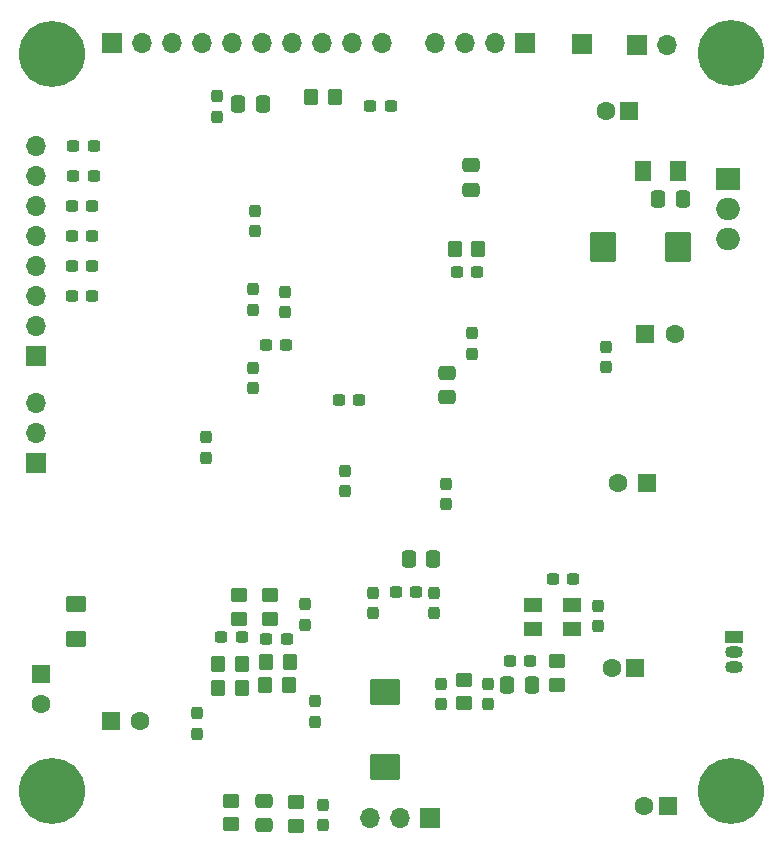
<source format=gbs>
G04 #@! TF.GenerationSoftware,KiCad,Pcbnew,7.0.2*
G04 #@! TF.CreationDate,2023-11-02T18:56:16+01:00*
G04 #@! TF.ProjectId,stm_audio_board_V2,73746d5f-6175-4646-996f-5f626f617264,rev?*
G04 #@! TF.SameCoordinates,Original*
G04 #@! TF.FileFunction,Soldermask,Bot*
G04 #@! TF.FilePolarity,Negative*
%FSLAX46Y46*%
G04 Gerber Fmt 4.6, Leading zero omitted, Abs format (unit mm)*
G04 Created by KiCad (PCBNEW 7.0.2) date 2023-11-02 18:56:16*
%MOMM*%
%LPD*%
G01*
G04 APERTURE LIST*
G04 Aperture macros list*
%AMRoundRect*
0 Rectangle with rounded corners*
0 $1 Rounding radius*
0 $2 $3 $4 $5 $6 $7 $8 $9 X,Y pos of 4 corners*
0 Add a 4 corners polygon primitive as box body*
4,1,4,$2,$3,$4,$5,$6,$7,$8,$9,$2,$3,0*
0 Add four circle primitives for the rounded corners*
1,1,$1+$1,$2,$3*
1,1,$1+$1,$4,$5*
1,1,$1+$1,$6,$7*
1,1,$1+$1,$8,$9*
0 Add four rect primitives between the rounded corners*
20,1,$1+$1,$2,$3,$4,$5,0*
20,1,$1+$1,$4,$5,$6,$7,0*
20,1,$1+$1,$6,$7,$8,$9,0*
20,1,$1+$1,$8,$9,$2,$3,0*%
G04 Aperture macros list end*
%ADD10C,5.600000*%
%ADD11R,2.000000X1.905000*%
%ADD12O,2.000000X1.905000*%
%ADD13R,1.500000X1.050000*%
%ADD14O,1.500000X1.050000*%
%ADD15R,1.700000X1.700000*%
%ADD16O,1.700000X1.700000*%
%ADD17RoundRect,0.237500X-0.237500X0.300000X-0.237500X-0.300000X0.237500X-0.300000X0.237500X0.300000X0*%
%ADD18RoundRect,0.237500X-0.300000X-0.237500X0.300000X-0.237500X0.300000X0.237500X-0.300000X0.237500X0*%
%ADD19RoundRect,0.250000X0.337500X0.475000X-0.337500X0.475000X-0.337500X-0.475000X0.337500X-0.475000X0*%
%ADD20R,1.600000X1.600000*%
%ADD21C,1.600000*%
%ADD22RoundRect,0.250000X0.350000X0.450000X-0.350000X0.450000X-0.350000X-0.450000X0.350000X-0.450000X0*%
%ADD23R,1.600000X1.300000*%
%ADD24RoundRect,0.237500X0.300000X0.237500X-0.300000X0.237500X-0.300000X-0.237500X0.300000X-0.237500X0*%
%ADD25RoundRect,0.250001X-0.462499X-0.624999X0.462499X-0.624999X0.462499X0.624999X-0.462499X0.624999X0*%
%ADD26RoundRect,0.250000X-0.450000X0.350000X-0.450000X-0.350000X0.450000X-0.350000X0.450000X0.350000X0*%
%ADD27RoundRect,0.237500X0.237500X-0.300000X0.237500X0.300000X-0.237500X0.300000X-0.237500X-0.300000X0*%
%ADD28RoundRect,0.250000X-1.025000X0.875000X-1.025000X-0.875000X1.025000X-0.875000X1.025000X0.875000X0*%
%ADD29RoundRect,0.250000X-0.350000X-0.450000X0.350000X-0.450000X0.350000X0.450000X-0.350000X0.450000X0*%
%ADD30RoundRect,0.250001X-0.624999X0.462499X-0.624999X-0.462499X0.624999X-0.462499X0.624999X0.462499X0*%
%ADD31RoundRect,0.250000X-0.475000X0.337500X-0.475000X-0.337500X0.475000X-0.337500X0.475000X0.337500X0*%
%ADD32RoundRect,0.250000X-0.337500X-0.475000X0.337500X-0.475000X0.337500X0.475000X-0.337500X0.475000X0*%
%ADD33RoundRect,0.250000X0.450000X-0.350000X0.450000X0.350000X-0.450000X0.350000X-0.450000X-0.350000X0*%
%ADD34RoundRect,0.250000X0.475000X-0.337500X0.475000X0.337500X-0.475000X0.337500X-0.475000X-0.337500X0*%
%ADD35RoundRect,0.250000X0.875000X1.025000X-0.875000X1.025000X-0.875000X-1.025000X0.875000X-1.025000X0*%
G04 APERTURE END LIST*
D10*
X245099000Y-112333000D03*
D11*
X244877000Y-60471000D03*
D12*
X244877000Y-63011000D03*
X244877000Y-65551000D03*
D13*
X245325000Y-99275000D03*
D14*
X245325000Y-100545000D03*
X245325000Y-101815000D03*
D15*
X232457000Y-49069000D03*
X192739000Y-48975000D03*
D16*
X195279000Y-48975000D03*
X197819000Y-48975000D03*
X200359000Y-48975000D03*
X202899000Y-48975000D03*
X205439000Y-48975000D03*
X207979000Y-48975000D03*
X210519000Y-48975000D03*
X213059000Y-48975000D03*
X215599000Y-48975000D03*
D10*
X187599000Y-49887000D03*
X245099000Y-49833000D03*
X187599000Y-112333000D03*
D15*
X186229000Y-84563000D03*
D16*
X186229000Y-82023000D03*
X186229000Y-79483000D03*
D15*
X186229000Y-75455000D03*
D16*
X186229000Y-72915000D03*
X186229000Y-70375000D03*
X186229000Y-67835000D03*
X186229000Y-65295000D03*
X186229000Y-62755000D03*
X186229000Y-60215000D03*
X186229000Y-57675000D03*
D15*
X237187000Y-49127000D03*
D16*
X239727000Y-49127000D03*
D15*
X227633000Y-48975000D03*
D16*
X225093000Y-48975000D03*
X222553000Y-48975000D03*
X220013000Y-48975000D03*
D15*
X219613000Y-114601000D03*
D16*
X217073000Y-114601000D03*
X214533000Y-114601000D03*
D17*
X220543000Y-103238524D03*
X220543000Y-104963524D03*
D18*
X189314500Y-67885000D03*
X191039500Y-67885000D03*
D17*
X200657000Y-82378500D03*
X200657000Y-84103500D03*
D19*
X241010500Y-62163000D03*
X238935500Y-62163000D03*
D20*
X236498241Y-54733000D03*
D21*
X234498241Y-54733000D03*
D22*
X203674999Y-103569000D03*
X201674999Y-103569000D03*
D23*
X228309000Y-96595000D03*
X231609000Y-96595000D03*
X231609000Y-98595000D03*
X228309000Y-98595000D03*
D24*
X223603500Y-68346334D03*
X221878500Y-68346334D03*
D25*
X237663500Y-59817000D03*
X240638500Y-59817000D03*
D26*
X206063664Y-95711000D03*
X206063664Y-97711000D03*
D22*
X203709665Y-101537000D03*
X201709665Y-101537000D03*
D20*
X192583000Y-106401759D03*
D21*
X195083000Y-106401759D03*
D18*
X201966500Y-99315004D03*
X203691500Y-99315004D03*
D24*
X213643500Y-79177000D03*
X211918500Y-79177000D03*
D20*
X186714241Y-102437000D03*
D21*
X186714241Y-104937000D03*
D18*
X189314500Y-70431000D03*
X191039500Y-70431000D03*
D27*
X234540000Y-76447500D03*
X234540000Y-74722500D03*
D28*
X215838976Y-103913000D03*
X215838976Y-110313000D03*
D20*
X237843000Y-73635759D03*
D21*
X240343000Y-73635759D03*
D26*
X222541000Y-102901024D03*
X222541000Y-104901024D03*
D24*
X218437500Y-95425000D03*
X216712500Y-95425000D03*
D29*
X205761661Y-101409000D03*
X207761661Y-101409000D03*
D30*
X189617000Y-96439500D03*
X189617000Y-99414500D03*
D31*
X223107400Y-59338300D03*
X223107400Y-61413300D03*
D27*
X204781000Y-64941500D03*
X204781000Y-63216500D03*
X220003000Y-97245500D03*
X220003000Y-95520500D03*
X207321000Y-71753500D03*
X207321000Y-70028500D03*
D32*
X217829500Y-92694000D03*
X219904500Y-92694000D03*
D24*
X231755500Y-94385000D03*
X230030500Y-94385000D03*
D29*
X209582000Y-53594000D03*
X211582000Y-53594000D03*
D27*
X224525000Y-104963524D03*
X224525000Y-103238524D03*
D18*
X189314500Y-65339000D03*
X191039500Y-65339000D03*
X205761163Y-99451000D03*
X207486163Y-99451000D03*
X189432500Y-60267000D03*
X191157500Y-60267000D03*
D17*
X209081000Y-96506500D03*
X209081000Y-98231500D03*
D26*
X203488998Y-95711000D03*
X203488998Y-97711000D03*
D27*
X212393400Y-86910700D03*
X212393400Y-85185700D03*
D17*
X210531999Y-113501500D03*
X210531999Y-115226500D03*
D27*
X201605000Y-55223500D03*
X201605000Y-53498500D03*
D18*
X189426500Y-57727000D03*
X191151500Y-57727000D03*
D22*
X223727000Y-66384334D03*
X221727000Y-66384334D03*
D33*
X202808996Y-115127000D03*
X202808996Y-113127000D03*
D27*
X204653000Y-78195500D03*
X204653000Y-76470500D03*
D34*
X221086400Y-78960300D03*
X221086400Y-76885300D03*
D27*
X221013000Y-88023500D03*
X221013000Y-86298500D03*
D33*
X230373000Y-103325000D03*
X230373000Y-101325000D03*
D20*
X237006241Y-101881000D03*
D21*
X235006241Y-101881000D03*
D20*
X239773000Y-113562241D03*
D21*
X237773000Y-113562241D03*
D19*
X228259500Y-103322000D03*
X226184500Y-103322000D03*
D33*
X208262996Y-115241000D03*
X208262996Y-113241000D03*
D27*
X209908330Y-106429500D03*
X209908330Y-104704500D03*
D18*
X189314500Y-62793000D03*
X191039500Y-62793000D03*
D17*
X223163000Y-73552500D03*
X223163000Y-75277500D03*
D27*
X204653000Y-71561500D03*
X204653000Y-69836500D03*
D35*
X240633000Y-66257000D03*
X234233000Y-66257000D03*
D19*
X205450100Y-54178200D03*
X203375100Y-54178200D03*
D34*
X205609004Y-115210500D03*
X205609004Y-113135500D03*
D18*
X205738500Y-74575000D03*
X207463500Y-74575000D03*
D27*
X233831000Y-98361500D03*
X233831000Y-96636500D03*
D18*
X214564476Y-54315000D03*
X216289476Y-54315000D03*
D17*
X199896996Y-105748501D03*
X199896996Y-107473501D03*
D20*
X238022241Y-86229000D03*
D21*
X235522241Y-86229000D03*
D27*
X214771000Y-97233494D03*
X214771000Y-95508494D03*
D24*
X228089500Y-101297000D03*
X226364500Y-101297000D03*
D22*
X207693000Y-103377668D03*
X205693000Y-103377668D03*
M02*

</source>
